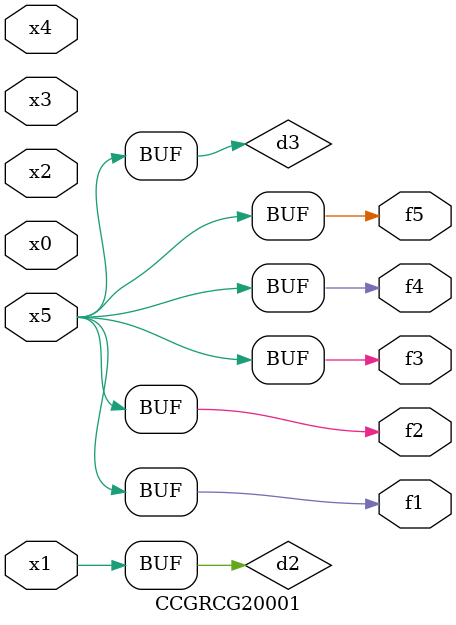
<source format=v>
module CCGRCG20001(
	input x0, x1, x2, x3, x4, x5,
	output f1, f2, f3, f4, f5
);

	wire d1, d2, d3;

	not (d1, x5);
	or (d2, x1);
	xnor (d3, d1);
	assign f1 = d3;
	assign f2 = d3;
	assign f3 = d3;
	assign f4 = d3;
	assign f5 = d3;
endmodule

</source>
